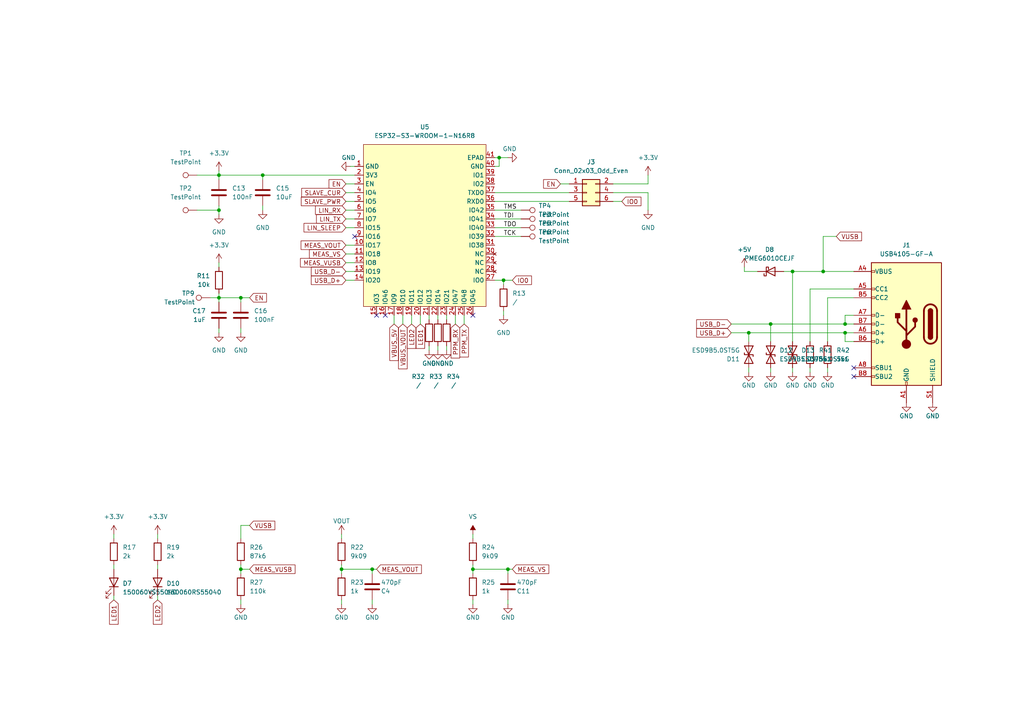
<source format=kicad_sch>
(kicad_sch (version 20250114) (generator "eeschema") (generator_version "9.0")
  (paper "A4")
  (lib_symbols
    (symbol "Connector:TestPoint" (pin_numbers (hide yes)) (pin_names (offset 0.762) (hide yes))
      (property "Reference" "TP" (at 0 6.858 0))
      (property "Value" "TestPoint" (at 0 5.08 0))
      (symbol "TestPoint_0_1"
        (circle (center 0 3.302) (radius 0.762))
      )
      (symbol "TestPoint_1_1"
        (pin passive line (at 0 0 90) (length 2.54) (name "1") (number "1"))
      )
    )
    (symbol "Connector:USB_C_Receptacle_USB2.0_16P" (pin_names (offset 1.016))
      (property "Reference" "J" (at 0 22.225 0))
      (property "Value" "USB_C_Receptacle_USB2.0_16P" (at 0 19.685 0))
      (symbol "USB_C_Receptacle_USB2.0_16P_0_0"
        (rectangle (start -0.254 -17.78) (end 0.254 -16.764))
        (rectangle (start 10.16 15.494) (end 9.144 14.986))
        (rectangle (start 10.16 10.414) (end 9.144 9.906))
        (rectangle (start 10.16 7.874) (end 9.144 7.366))
        (rectangle (start 10.16 2.794) (end 9.144 2.286))
        (rectangle (start 10.16 0.254) (end 9.144 -0.254))
        (rectangle (start 10.16 -2.286) (end 9.144 -2.794))
        (rectangle (start 10.16 -4.826) (end 9.144 -5.334))
        (rectangle (start 10.16 -12.446) (end 9.144 -12.954))
        (rectangle (start 10.16 -14.986) (end 9.144 -15.494))
      )
      (symbol "USB_C_Receptacle_USB2.0_16P_0_1"
        (rectangle (start -10.16 17.78) (end 10.16 -17.78) (stroke (width 0.254)) (fill (type background)))
        (polyline (pts (xy -8.89 -3.81) (xy -8.89 3.81)) (stroke (width 0.508)))
        (rectangle (start -7.62 -3.81) (end -6.35 3.81) (stroke (width 0.254)) (fill (type outline)))
        (arc (start -7.62 3.81) (mid -6.985 4.4423) (end -6.35 3.81) (stroke (width 0.254)))
        (arc (start -7.62 3.81) (mid -6.985 4.4423) (end -6.35 3.81) (stroke (width 0.254)) (fill (type outline)))
        (arc (start -8.89 3.81) (mid -6.985 5.7067) (end -5.08 3.81) (stroke (width 0.508)))
        (arc (start -5.08 -3.81) (mid -6.985 -5.7067) (end -8.89 -3.81) (stroke (width 0.508)))
        (arc (start -6.35 -3.81) (mid -6.985 -4.4423) (end -7.62 -3.81) (stroke (width 0.254)))
        (arc (start -6.35 -3.81) (mid -6.985 -4.4423) (end -7.62 -3.81) (stroke (width 0.254)) (fill (type outline)))
        (polyline (pts (xy -5.08 3.81) (xy -5.08 -3.81)) (stroke (width 0.508)))
        (circle (center -2.54 1.143) (radius 0.635) (stroke (width 0.254)) (fill (type outline)))
        (polyline (pts (xy -1.27 4.318) (xy 0 6.858) (xy 1.27 4.318) (xy -1.27 4.318)) (stroke (width 0.254)) (fill (type outline)))
        (polyline (pts (xy 0 -2.032) (xy 2.54 0.508) (xy 2.54 1.778)) (stroke (width 0.508)))
        (polyline (pts (xy 0 -3.302) (xy -2.54 -0.762) (xy -2.54 0.508)) (stroke (width 0.508)))
        (polyline (pts (xy 0 -5.842) (xy 0 4.318)) (stroke (width 0.508)))
        (circle (center 0 -5.842) (radius 1.27) (fill (type outline)))
        (rectangle (start 1.905 1.778) (end 3.175 3.048) (stroke (width 0.254)) (fill (type outline)))
      )
      (symbol "USB_C_Receptacle_USB2.0_16P_1_1"
        (pin passive line (at -7.62 -22.86 90) (length 5.08) (name "SHIELD") (number "S1"))
        (pin passive line (at 0 -22.86 90) (length 5.08) (name "GND") (number "A1"))
        (pin passive line (at 0 -22.86 90) (length 5.08) (hide yes) (name "GND") (number "A12"))
        (pin passive line (at 0 -22.86 90) (length 5.08) (hide yes) (name "GND") (number "B1"))
        (pin passive line (at 0 -22.86 90) (length 5.08) (hide yes) (name "GND") (number "B12"))
        (pin passive line (at 15.24 15.24 180) (length 5.08) (name "VBUS") (number "A4"))
        (pin passive line (at 15.24 15.24 180) (length 5.08) (hide yes) (name "VBUS") (number "A9"))
        (pin passive line (at 15.24 15.24 180) (length 5.08) (hide yes) (name "VBUS") (number "B4"))
        (pin passive line (at 15.24 15.24 180) (length 5.08) (hide yes) (name "VBUS") (number "B9"))
        (pin bidirectional line (at 15.24 10.16 180) (length 5.08) (name "CC1") (number "A5"))
        (pin bidirectional line (at 15.24 7.62 180) (length 5.08) (name "CC2") (number "B5"))
        (pin bidirectional line (at 15.24 2.54 180) (length 5.08) (name "D-") (number "A7"))
        (pin bidirectional line (at 15.24 0 180) (length 5.08) (name "D-") (number "B7"))
        (pin bidirectional line (at 15.24 -2.54 180) (length 5.08) (name "D+") (number "A6"))
        (pin bidirectional line (at 15.24 -5.08 180) (length 5.08) (name "D+") (number "B6"))
        (pin bidirectional line (at 15.24 -12.7 180) (length 5.08) (name "SBU1") (number "A8"))
        (pin bidirectional line (at 15.24 -15.24 180) (length 5.08) (name "SBU2") (number "B8"))
      )
    )
    (symbol "Connector_Generic:Conn_02x03_Odd_Even" (pin_names (offset 1.016) (hide yes))
      (property "Reference" "J" (at 1.27 5.08 0))
      (property "Value" "Conn_02x03_Odd_Even" (at 1.27 -5.08 0))
      (symbol "Conn_02x03_Odd_Even_1_1"
        (rectangle (start -1.27 3.81) (end 3.81 -3.81) (stroke (width 0.254)) (fill (type background)))
        (rectangle (start -1.27 2.667) (end 0 2.413) (stroke (width 0.1524)))
        (rectangle (start -1.27 0.127) (end 0 -0.127) (stroke (width 0.1524)))
        (rectangle (start -1.27 -2.413) (end 0 -2.667) (stroke (width 0.1524)))
        (rectangle (start 3.81 2.667) (end 2.54 2.413) (stroke (width 0.1524)))
        (rectangle (start 3.81 0.127) (end 2.54 -0.127) (stroke (width 0.1524)))
        (rectangle (start 3.81 -2.413) (end 2.54 -2.667) (stroke (width 0.1524)))
        (pin passive line (at -5.08 2.54 0) (length 3.81) (name "Pin_1") (number "1"))
        (pin passive line (at -5.08 0 0) (length 3.81) (name "Pin_3") (number "3"))
        (pin passive line (at -5.08 -2.54 0) (length 3.81) (name "Pin_5") (number "5"))
        (pin passive line (at 7.62 2.54 180) (length 3.81) (name "Pin_2") (number "2"))
        (pin passive line (at 7.62 0 180) (length 3.81) (name "Pin_4") (number "4"))
        (pin passive line (at 7.62 -2.54 180) (length 3.81) (name "Pin_6") (number "6"))
      )
    )
    (symbol "Device:C" (pin_numbers (hide yes)) (pin_names (offset 0.254))
      (property "Reference" "C" (at 0.635 2.54 0))
      (property "Value" "C" (at 0.635 -2.54 0))
      (symbol "C_0_1"
        (polyline (pts (xy -2.032 0.762) (xy 2.032 0.762)) (stroke (width 0.508)))
        (polyline (pts (xy -2.032 -0.762) (xy 2.032 -0.762)) (stroke (width 0.508)))
      )
      (symbol "C_1_1"
        (pin passive line (at 0 3.81 270) (length 2.794) (name "~") (number "1"))
        (pin passive line (at 0 -3.81 90) (length 2.794) (name "~") (number "2"))
      )
    )
    (symbol "Device:D_Schottky" (pin_numbers (hide yes)) (pin_names (offset 1.016) (hide yes))
      (property "Reference" "D" (at 0 2.54 0))
      (property "Value" "D_Schottky" (at 0 -2.54 0))
      (symbol "D_Schottky_0_1"
        (polyline (pts (xy -1.905 0.635) (xy -1.905 1.27) (xy -1.27 1.27) (xy -1.27 -1.27) (xy -0.635 -1.27) (xy -0.635 -0.635)) (stroke (width 0.254)))
        (polyline (pts (xy 1.27 1.27) (xy 1.27 -1.27) (xy -1.27 0) (xy 1.27 1.27)) (stroke (width 0.254)))
        (polyline (pts (xy 1.27 0) (xy -1.27 0)))
      )
      (symbol "D_Schottky_1_1"
        (pin passive line (at -3.81 0 0) (length 2.54) (name "K") (number "1"))
        (pin passive line (at 3.81 0 180) (length 2.54) (name "A") (number "2"))
      )
    )
    (symbol "Device:D_TVS" (pin_numbers (hide yes)) (pin_names (offset 1.016) (hide yes))
      (property "Reference" "D" (at 0 2.54 0))
      (property "Value" "D_TVS" (at 0 -2.54 0))
      (symbol "D_TVS_0_1"
        (polyline (pts (xy -2.54 1.27) (xy -2.54 -1.27) (xy 2.54 1.27) (xy 2.54 -1.27) (xy -2.54 1.27)) (stroke (width 0.254)))
        (polyline (pts (xy 0.508 1.27) (xy 0 1.27) (xy 0 -1.27) (xy -0.508 -1.27)) (stroke (width 0.254)))
        (polyline (pts (xy 1.27 0) (xy -1.27 0)))
      )
      (symbol "D_TVS_1_1"
        (pin passive line (at -3.81 0 0) (length 2.54) (name "A1") (number "1"))
        (pin passive line (at 3.81 0 180) (length 2.54) (name "A2") (number "2"))
      )
    )
    (symbol "Device:LED" (pin_numbers (hide yes)) (pin_names (offset 1.016) (hide yes))
      (property "Reference" "D" (at 0 2.54 0))
      (property "Value" "LED" (at 0 -2.54 0))
      (symbol "LED_0_1"
        (polyline (pts (xy -3.048 -0.762) (xy -4.572 -2.286) (xy -3.81 -2.286) (xy -4.572 -2.286) (xy -4.572 -1.524)))
        (polyline (pts (xy -1.778 -0.762) (xy -3.302 -2.286) (xy -2.54 -2.286) (xy -3.302 -2.286) (xy -3.302 -1.524)))
        (polyline (pts (xy -1.27 0) (xy 1.27 0)))
        (polyline (pts (xy -1.27 -1.27) (xy -1.27 1.27)) (stroke (width 0.254)))
        (polyline (pts (xy 1.27 -1.27) (xy 1.27 1.27) (xy -1.27 0) (xy 1.27 -1.27)) (stroke (width 0.254)))
      )
      (symbol "LED_1_1"
        (pin passive line (at -3.81 0 0) (length 2.54) (name "K") (number "1"))
        (pin passive line (at 3.81 0 180) (length 2.54) (name "A") (number "2"))
      )
    )
    (symbol "Device:R" (pin_numbers (hide yes)) (pin_names (offset 0))
      (property "Reference" "R" (at 2.032 0 90))
      (property "Value" "R" (at 0 0 90))
      (symbol "R_0_1"
        (rectangle (start -1.016 -2.54) (end 1.016 2.54) (stroke (width 0.254)))
      )
      (symbol "R_1_1"
        (pin passive line (at 0 3.81 270) (length 1.27) (name "~") (number "1"))
        (pin passive line (at 0 -3.81 90) (length 1.27) (name "~") (number "2"))
      )
    )
    (symbol "Melexis:ESP32-S3-WROOM-2"
      (property "Reference" "U" (at -16.51 26.67 0))
      (property "Value" "ESP32-S3-WROOM-2" (at -6.35 24.13 0))
      (symbol "ESP32-S3-WROOM-2_0_1"
        (rectangle (start -17.78 22.86) (end 17.78 -24.13) (fill (type background)))
      )
      (symbol "ESP32-S3-WROOM-2_1_1"
        (pin power_in line (at -20.32 16.51 0) (length 2.54) (name "GND") (number "1"))
        (pin power_in line (at -20.32 13.97 0) (length 2.54) (name "3V3") (number "2"))
        (pin input line (at -20.32 11.43 0) (length 2.54) (name "EN") (number "3"))
        (pin bidirectional line (at -20.32 8.89 0) (length 2.54) (name "IO4") (number "4"))
        (pin bidirectional line (at -20.32 6.35 0) (length 2.54) (name "IO5") (number "5"))
        (pin bidirectional line (at -20.32 3.81 0) (length 2.54) (name "IO6") (number "6"))
        (pin bidirectional line (at -20.32 1.27 0) (length 2.54) (name "IO7") (number "7"))
        (pin bidirectional line (at -20.32 -1.27 0) (length 2.54) (name "IO15") (number "8"))
        (pin bidirectional line (at -20.32 -3.81 0) (length 2.54) (name "IO16") (number "9"))
        (pin bidirectional line (at -20.32 -6.35 0) (length 2.54) (name "IO17") (number "10"))
        (pin bidirectional line (at -20.32 -8.89 0) (length 2.54) (name "IO18") (number "11"))
        (pin bidirectional line (at -20.32 -11.43 0) (length 2.54) (name "IO8") (number "12"))
        (pin bidirectional line (at -20.32 -13.97 0) (length 2.54) (name "IO19") (number "13"))
        (pin bidirectional line (at -20.32 -16.51 0) (length 2.54) (name "IO20") (number "14"))
        (pin bidirectional line (at -13.97 -26.67 90) (length 2.54) (name "IO3") (number "15"))
        (pin bidirectional line (at -11.43 -26.67 90) (length 2.54) (name "IO46") (number "16"))
        (pin bidirectional line (at -8.89 -26.67 90) (length 2.54) (name "IO9") (number "17"))
        (pin bidirectional line (at -6.35 -26.67 90) (length 2.54) (name "IO10") (number "18"))
        (pin bidirectional line (at -3.81 -26.67 90) (length 2.54) (name "IO11") (number "19"))
        (pin bidirectional line (at -1.27 -26.67 90) (length 2.54) (name "IO12") (number "20"))
        (pin bidirectional line (at 1.27 -26.67 90) (length 2.54) (name "IO13") (number "21"))
        (pin bidirectional line (at 3.81 -26.67 90) (length 2.54) (name "IO14") (number "22"))
        (pin bidirectional line (at 6.35 -26.67 90) (length 2.54) (name "IO21") (number "23"))
        (pin bidirectional line (at 8.89 -26.67 90) (length 2.54) (name "IO47") (number "24"))
        (pin bidirectional line (at 11.43 -26.67 90) (length 2.54) (name "IO48") (number "25"))
        (pin bidirectional line (at 13.97 -26.67 90) (length 2.54) (name "IO45") (number "26"))
        (pin power_in line (at 20.32 19.05 180) (length 2.54) (name "EPAD") (number "41"))
        (pin power_in line (at 20.32 16.51 180) (length 2.54) (name "GND") (number "40"))
        (pin bidirectional line (at 20.32 13.97 180) (length 2.54) (name "IO1") (number "39"))
        (pin bidirectional line (at 20.32 11.43 180) (length 2.54) (name "IO2") (number "38"))
        (pin output line (at 20.32 8.89 180) (length 2.54) (name "TXD0") (number "37"))
        (pin input line (at 20.32 6.35 180) (length 2.54) (name "RXD0") (number "36"))
        (pin bidirectional line (at 20.32 3.81 180) (length 2.54) (name "IO42") (number "35"))
        (pin bidirectional line (at 20.32 1.27 180) (length 2.54) (name "IO41") (number "34"))
        (pin bidirectional line (at 20.32 -1.27 180) (length 2.54) (name "IO40") (number "33"))
        (pin bidirectional line (at 20.32 -3.81 180) (length 2.54) (name "IO39") (number "32"))
        (pin bidirectional line (at 20.32 -6.35 180) (length 2.54) (name "IO38") (number "31"))
        (pin no_connect line (at 20.32 -8.89 180) (length 2.54) (name "NC") (number "30"))
        (pin no_connect line (at 20.32 -11.43 180) (length 2.54) (name "NC") (number "29"))
        (pin no_connect line (at 20.32 -13.97 180) (length 2.54) (name "NC") (number "28"))
        (pin bidirectional line (at 20.32 -16.51 180) (length 2.54) (name "IO0") (number "27"))
      )
    )
    (symbol "power:+3.3V" (power) (pin_names (offset 0))
      (property "Value" "+3.3V" (at 0 3.556 0))
      (symbol "+3.3V_0_1"
        (polyline (pts (xy -0.762 1.27) (xy 0 2.54)))
        (polyline (pts (xy 0 2.54) (xy 0.762 1.27)))
        (polyline (pts (xy 0 0) (xy 0 2.54)))
      )
      (symbol "+3.3V_1_1"
        (pin power_in line (at 0 0 90) (length 0) (hide yes) (name "+3.3V") (number "1"))
      )
    )
    (symbol "power:+5V" (power) (pin_names (offset 0))
      (property "Value" "+5V" (at 0 3.556 0))
      (symbol "+5V_0_1"
        (polyline (pts (xy -0.762 1.27) (xy 0 2.54)))
        (polyline (pts (xy 0 2.54) (xy 0.762 1.27)))
        (polyline (pts (xy 0 0) (xy 0 2.54)))
      )
      (symbol "+5V_1_1"
        (pin power_in line (at 0 0 90) (length 0) (hide yes) (name "+5V") (number "1"))
      )
    )
    (symbol "power:GND" (power) (pin_names (offset 0))
      (property "Value" "GND" (at 0 -3.81 0))
      (symbol "GND_0_1"
        (polyline (pts (xy 0 0) (xy 0 -1.27) (xy 1.27 -1.27) (xy 0 -2.54) (xy -1.27 -1.27) (xy 0 -1.27)))
      )
      (symbol "GND_1_1"
        (pin power_in line (at 0 0 270) (length 0) (hide yes) (name "GND") (number "1"))
      )
    )
    (symbol "power:VBUS" (power) (pin_names (offset 0))
      (property "Value" "VBUS" (at 0 3.81 0))
      (symbol "VBUS_0_1"
        (polyline (pts (xy -0.762 1.27) (xy 0 2.54)))
        (polyline (pts (xy 0 2.54) (xy 0.762 1.27)))
        (polyline (pts (xy 0 0) (xy 0 2.54)))
      )
      (symbol "VBUS_1_1"
        (pin power_in line (at 0 0 90) (length 0) (hide yes) (name "VBUS") (number "1"))
      )
    )
    (symbol "power:VS" (power) (pin_names (offset 0))
      (property "Value" "VS" (at 0 3.81 0))
      (symbol "VS_0_1"
        (polyline (pts (xy 0 0) (xy 0 2.54)))
        (polyline (pts (xy 0.762 1.27) (xy -0.762 1.27) (xy 0 2.54) (xy 0.762 1.27)) (fill (type outline)))
      )
      (symbol "VS_1_1"
        (pin power_in line (at 0 0 90) (length 0) (hide yes) (name "VS") (number "1"))
      )
    )
  )
  (junction (at 144.78 45.72))
  (junction (at 69.85 165.1))
  (junction (at 63.5 86.36))
  (junction (at 217.17 96.52))
  (junction (at 146.05 81.28))
  (junction (at 223.52 93.98))
  (junction (at 147.32 165.1))
  (junction (at 99.06 165.1))
  (junction (at 245.11 96.52))
  (junction (at 245.11 93.98))
  (junction (at 69.85 86.36))
  (junction (at 137.16 165.1))
  (junction (at 229.87 78.74))
  (junction (at 63.5 60.96))
  (junction (at 76.2 50.8))
  (junction (at 63.5 50.8))
  (junction (at 107.95 165.1))
  (junction (at 238.76 78.74))
  (no_connect (at 137.16 91.44))
  (no_connect (at 111.76 91.44))
  (no_connect (at 102.87 68.58))
  (no_connect (at 247.65 109.22))
  (no_connect (at 109.22 91.44))
  (no_connect (at 247.65 106.68))
  (wire (pts (xy 99.06 165.1) (xy 107.95 165.1)))
  (wire (pts (xy 101.6 48.26) (xy 102.87 48.26)))
  (wire (pts (xy 227.33 78.74) (xy 229.87 78.74)))
  (wire (pts (xy 100.33 78.74) (xy 102.87 78.74)))
  (wire (pts (xy 212.09 93.98) (xy 223.52 93.98)))
  (wire (pts (xy 129.54 91.44) (xy 129.54 92.71)))
  (wire (pts (xy 57.15 50.8) (xy 63.5 50.8)))
  (wire (pts (xy 63.5 95.25) (xy 63.5 96.52)))
  (wire (pts (xy 147.32 173.99) (xy 147.32 175.26)))
  (wire (pts (xy 99.06 154.94) (xy 99.06 156.21)))
  (wire (pts (xy 187.96 55.88) (xy 187.96 60.96)))
  (wire (pts (xy 245.11 93.98) (xy 247.65 93.98)))
  (wire (pts (xy 69.85 165.1) (xy 72.39 165.1)))
  (wire (pts (xy 33.02 154.94) (xy 33.02 156.21)))
  (wire (pts (xy 100.33 63.5) (xy 102.87 63.5)))
  (wire (pts (xy 223.52 93.98) (xy 245.11 93.98)))
  (wire (pts (xy 234.95 99.06) (xy 234.95 83.82)))
  (wire (pts (xy 223.52 93.98) (xy 223.52 99.06)))
  (wire (pts (xy 147.32 165.1) (xy 148.59 165.1)))
  (wire (pts (xy 245.11 96.52) (xy 247.65 96.52)))
  (wire (pts (xy 69.85 152.4) (xy 69.85 156.21)))
  (wire (pts (xy 143.51 58.42) (xy 165.1 58.42)))
  (wire (pts (xy 242.57 68.58) (xy 238.76 68.58)))
  (wire (pts (xy 99.06 173.99) (xy 99.06 175.26)))
  (wire (pts (xy 234.95 83.82) (xy 247.65 83.82)))
  (wire (pts (xy 33.02 172.72) (xy 33.02 173.99)))
  (wire (pts (xy 240.03 106.68) (xy 240.03 107.95)))
  (wire (pts (xy 100.33 55.88) (xy 102.87 55.88)))
  (wire (pts (xy 143.51 66.04) (xy 151.13 66.04)))
  (wire (pts (xy 129.54 100.33) (xy 129.54 101.6)))
  (wire (pts (xy 63.5 59.69) (xy 63.5 60.96)))
  (wire (pts (xy 100.33 60.96) (xy 102.87 60.96)))
  (wire (pts (xy 100.33 58.42) (xy 102.87 58.42)))
  (wire (pts (xy 114.3 91.44) (xy 114.3 93.98)))
  (wire (pts (xy 124.46 91.44) (xy 124.46 92.71)))
  (wire (pts (xy 143.51 55.88) (xy 165.1 55.88)))
  (wire (pts (xy 234.95 106.68) (xy 234.95 107.95)))
  (wire (pts (xy 57.15 60.96) (xy 63.5 60.96)))
  (wire (pts (xy 99.06 165.1) (xy 99.06 166.37)))
  (wire (pts (xy 100.33 76.2) (xy 102.87 76.2)))
  (wire (pts (xy 143.51 68.58) (xy 151.13 68.58)))
  (wire (pts (xy 217.17 96.52) (xy 217.17 99.06)))
  (wire (pts (xy 100.33 66.04) (xy 102.87 66.04)))
  (wire (pts (xy 187.96 50.8) (xy 187.96 53.34)))
  (wire (pts (xy 238.76 68.58) (xy 238.76 78.74)))
  (wire (pts (xy 144.78 48.26) (xy 144.78 45.72)))
  (wire (pts (xy 76.2 50.8) (xy 63.5 50.8)))
  (wire (pts (xy 229.87 78.74) (xy 229.87 99.06)))
  (wire (pts (xy 247.65 91.44) (xy 245.11 91.44)))
  (wire (pts (xy 137.16 154.94) (xy 137.16 156.21)))
  (wire (pts (xy 217.17 96.52) (xy 245.11 96.52)))
  (wire (pts (xy 100.33 53.34) (xy 102.87 53.34)))
  (wire (pts (xy 100.33 81.28) (xy 102.87 81.28)))
  (wire (pts (xy 215.9 77.47) (xy 215.9 78.74)))
  (wire (pts (xy 217.17 106.68) (xy 217.17 107.95)))
  (wire (pts (xy 63.5 76.2) (xy 63.5 77.47)))
  (wire (pts (xy 127 100.33) (xy 127 101.6)))
  (wire (pts (xy 146.05 81.28) (xy 146.05 82.55)))
  (wire (pts (xy 143.51 48.26) (xy 144.78 48.26)))
  (wire (pts (xy 63.5 86.36) (xy 69.85 86.36)))
  (wire (pts (xy 69.85 165.1) (xy 69.85 166.37)))
  (wire (pts (xy 119.38 91.44) (xy 119.38 93.98)))
  (wire (pts (xy 45.72 163.83) (xy 45.72 165.1)))
  (wire (pts (xy 229.87 106.68) (xy 229.87 107.95)))
  (wire (pts (xy 143.51 45.72) (xy 144.78 45.72)))
  (wire (pts (xy 63.5 60.96) (xy 63.5 62.23)))
  (wire (pts (xy 134.62 91.44) (xy 134.62 93.98)))
  (wire (pts (xy 144.78 45.72) (xy 147.32 45.72)))
  (wire (pts (xy 99.06 163.83) (xy 99.06 165.1)))
  (wire (pts (xy 137.16 165.1) (xy 137.16 166.37)))
  (wire (pts (xy 76.2 59.69) (xy 76.2 60.96)))
  (wire (pts (xy 69.85 163.83) (xy 69.85 165.1)))
  (wire (pts (xy 72.39 86.36) (xy 69.85 86.36)))
  (wire (pts (xy 63.5 52.07) (xy 63.5 50.8)))
  (wire (pts (xy 45.72 154.94) (xy 45.72 156.21)))
  (wire (pts (xy 177.8 55.88) (xy 187.96 55.88)))
  (wire (pts (xy 121.92 91.44) (xy 121.92 93.98)))
  (wire (pts (xy 215.9 78.74) (xy 219.71 78.74)))
  (wire (pts (xy 107.95 165.1) (xy 109.22 165.1)))
  (wire (pts (xy 223.52 106.68) (xy 223.52 107.95)))
  (wire (pts (xy 162.56 53.34) (xy 165.1 53.34)))
  (wire (pts (xy 72.39 152.4) (xy 69.85 152.4)))
  (wire (pts (xy 69.85 86.36) (xy 69.85 87.63)))
  (wire (pts (xy 146.05 90.17) (xy 146.05 91.44)))
  (wire (pts (xy 137.16 173.99) (xy 137.16 175.26)))
  (wire (pts (xy 187.96 53.34) (xy 177.8 53.34)))
  (wire (pts (xy 177.8 58.42) (xy 180.34 58.42)))
  (wire (pts (xy 240.03 86.36) (xy 247.65 86.36)))
  (wire (pts (xy 107.95 173.99) (xy 107.95 175.26)))
  (wire (pts (xy 116.84 91.44) (xy 116.84 93.98)))
  (wire (pts (xy 107.95 165.1) (xy 107.95 166.37)))
  (wire (pts (xy 240.03 99.06) (xy 240.03 86.36)))
  (wire (pts (xy 247.65 99.06) (xy 245.11 99.06)))
  (wire (pts (xy 69.85 95.25) (xy 69.85 96.52)))
  (wire (pts (xy 76.2 52.07) (xy 76.2 50.8)))
  (wire (pts (xy 69.85 173.99) (xy 69.85 175.26)))
  (wire (pts (xy 143.51 60.96) (xy 151.13 60.96)))
  (wire (pts (xy 127 91.44) (xy 127 92.71)))
  (wire (pts (xy 63.5 85.09) (xy 63.5 86.36)))
  (wire (pts (xy 100.33 73.66) (xy 102.87 73.66)))
  (wire (pts (xy 60.96 86.36) (xy 63.5 86.36)))
  (wire (pts (xy 212.09 96.52) (xy 217.17 96.52)))
  (wire (pts (xy 143.51 63.5) (xy 151.13 63.5)))
  (wire (pts (xy 124.46 100.33) (xy 124.46 101.6)))
  (wire (pts (xy 143.51 81.28) (xy 146.05 81.28)))
  (wire (pts (xy 132.08 91.44) (xy 132.08 93.98)))
  (wire (pts (xy 147.32 165.1) (xy 147.32 166.37)))
  (wire (pts (xy 137.16 163.83) (xy 137.16 165.1)))
  (wire (pts (xy 146.05 81.28) (xy 148.59 81.28)))
  (wire (pts (xy 76.2 50.8) (xy 102.87 50.8)))
  (wire (pts (xy 137.16 165.1) (xy 147.32 165.1)))
  (wire (pts (xy 63.5 49.53) (xy 63.5 50.8)))
  (wire (pts (xy 229.87 78.74) (xy 238.76 78.74)))
  (wire (pts (xy 45.72 172.72) (xy 45.72 173.99)))
  (wire (pts (xy 245.11 99.06) (xy 245.11 96.52)))
  (wire (pts (xy 245.11 91.44) (xy 245.11 93.98)))
  (wire (pts (xy 100.33 71.12) (xy 102.87 71.12)))
  (wire (pts (xy 63.5 86.36) (xy 63.5 87.63)))
  (wire (pts (xy 238.76 78.74) (xy 247.65 78.74)))
  (wire (pts (xy 33.02 163.83) (xy 33.02 165.1)))
  (label "TCK" (at 146.05 68.58 0))
  (label "TDI" (at 146.05 63.5 0))
  (label "TDO" (at 146.05 66.04 0))
  (label "TMS" (at 146.05 60.96 0))
  (global_label "LIN_RX" (shape input) (at 100.33 60.96 180) (property "Intersheetrefs" "${INTERSHEET_REFS}" (effects (hide yes))))
  (global_label "LIN_SLEEP" (shape input) (at 100.33 66.04 180) (property "Intersheetrefs" "${INTERSHEET_REFS}" (effects (hide yes))))
  (global_label "MEAS_VUSB" (shape input) (at 100.33 76.2 180) (property "Intersheetrefs" "${INTERSHEET_REFS}" (effects (hide yes))))
  (global_label "EN" (shape input) (at 162.56 53.34 180) (property "Intersheetrefs" "${INTERSHEET_REFS}" (effects (hide yes))))
  (global_label "LIN_TX" (shape input) (at 100.33 63.5 180) (property "Intersheetrefs" "${INTERSHEET_REFS}" (effects (hide yes))))
  (global_label "PPM_RX" (shape input) (at 132.08 93.98 270) (property "Intersheetrefs" "${INTERSHEET_REFS}" (effects (hide yes))))
  (global_label "IO0" (shape input) (at 180.34 58.42 0) (property "Intersheetrefs" "${INTERSHEET_REFS}" (effects (hide yes))))
  (global_label "MEAS_VOUT" (shape input) (at 109.22 165.1 0) (property "Intersheetrefs" "${INTERSHEET_REFS}" (effects (hide yes))))
  (global_label "LED1" (shape input) (at 121.92 93.98 270) (property "Intersheetrefs" "${INTERSHEET_REFS}" (effects (hide yes))))
  (global_label "VUSB" (shape input) (at 72.39 152.4 0) (property "Intersheetrefs" "${INTERSHEET_REFS}" (effects (hide yes))))
  (global_label "SLAVE_PWR" (shape input) (at 100.33 58.42 180) (property "Intersheetrefs" "${INTERSHEET_REFS}" (effects (hide yes))))
  (global_label "MEAS_VOUT" (shape input) (at 100.33 71.12 180) (property "Intersheetrefs" "${INTERSHEET_REFS}" (effects (hide yes))))
  (global_label "IO0" (shape input) (at 148.59 81.28 0) (property "Intersheetrefs" "${INTERSHEET_REFS}" (effects (hide yes))))
  (global_label "USB_D+" (shape input) (at 212.09 96.52 180) (property "Intersheetrefs" "${INTERSHEET_REFS}" (effects (hide yes))))
  (global_label "MEAS_VUSB" (shape input) (at 72.39 165.1 0) (property "Intersheetrefs" "${INTERSHEET_REFS}" (effects (hide yes))))
  (global_label "VBUS_VOUT" (shape input) (at 116.84 93.98 270) (property "Intersheetrefs" "${INTERSHEET_REFS}" (effects (hide yes))))
  (global_label "EN" (shape input) (at 100.33 53.34 180) (property "Intersheetrefs" "${INTERSHEET_REFS}" (effects (hide yes))))
  (global_label "MEAS_VS" (shape input) (at 100.33 73.66 180) (property "Intersheetrefs" "${INTERSHEET_REFS}" (effects (hide yes))))
  (global_label "LED1" (shape input) (at 33.02 173.99 270) (property "Intersheetrefs" "${INTERSHEET_REFS}" (effects (hide yes))))
  (global_label "PPM_TX" (shape input) (at 134.62 93.98 270) (property "Intersheetrefs" "${INTERSHEET_REFS}" (effects (hide yes))))
  (global_label "LED2" (shape input) (at 119.38 93.98 270) (property "Intersheetrefs" "${INTERSHEET_REFS}" (effects (hide yes))))
  (global_label "MEAS_VS" (shape input) (at 148.59 165.1 0) (property "Intersheetrefs" "${INTERSHEET_REFS}" (effects (hide yes))))
  (global_label "USB_D+" (shape input) (at 100.33 81.28 180) (property "Intersheetrefs" "${INTERSHEET_REFS}" (effects (hide yes))))
  (global_label "VBUS_5V" (shape input) (at 114.3 93.98 270) (property "Intersheetrefs" "${INTERSHEET_REFS}" (effects (hide yes))))
  (global_label "SLAVE_CUR" (shape input) (at 100.33 55.88 180) (property "Intersheetrefs" "${INTERSHEET_REFS}" (effects (hide yes))))
  (global_label "EN" (shape input) (at 72.39 86.36 0) (property "Intersheetrefs" "${INTERSHEET_REFS}" (effects (hide yes))))
  (global_label "USB_D-" (shape input) (at 100.33 78.74 180) (property "Intersheetrefs" "${INTERSHEET_REFS}" (effects (hide yes))))
  (global_label "USB_D-" (shape input) (at 212.09 93.98 180) (property "Intersheetrefs" "${INTERSHEET_REFS}" (effects (hide yes))))
  (global_label "LED2" (shape input) (at 45.72 173.99 270) (property "Intersheetrefs" "${INTERSHEET_REFS}" (effects (hide yes))))
  (global_label "VUSB" (shape input) (at 242.57 68.58 0) (property "Intersheetrefs" "${INTERSHEET_REFS}" (effects (hide yes))))
  (symbol (lib_id "power:GND") (at 127 101.6 0) (unit 1)
    (property "Reference" "#PWR0156" (effects (hide yes)))
    (property "Value" "GND" (at 127 105.41 0))
  )
  (symbol (lib_id "power:GND") (at 234.95 107.95 0) (mirror y) (unit 1)
    (property "Reference" "#PWR035" (effects (hide yes)))
    (property "Value" "GND" (at 234.95 111.76 0))
  )
  (symbol (lib_id "power:GND") (at 223.52 107.95 0) (mirror y) (unit 1)
    (property "Reference" "#PWR0130" (effects (hide yes)))
    (property "Value" "GND" (at 223.52 111.76 0))
  )
  (symbol (lib_id "Connector_Generic:Conn_02x03_Odd_Even") (at 170.18 55.88 0) (unit 1)
    (property "Reference" "J3" (at 171.45 46.99 0))
    (property "Value" "Conn_02x03_Odd_Even" (at 171.45 49.53 0))
    (property "Footprint" "Connector_PinHeader_2.00mm:PinHeader_1x06_P2.00mm_Vertical" (effects (hide yes)))
  )
  (symbol (lib_id "power:GND") (at 63.5 62.23 0) (unit 1)
    (property "Reference" "#PWR0140" (effects (hide yes)))
    (property "Value" "GND" (at 63.5 67.31 0))
  )
  (symbol (lib_id "Device:R") (at 69.85 170.18 0) (unit 1)
    (property "Reference" "R27" (at 72.39 168.9099 0) (effects (justify left)))
    (property "Value" "110k" (at 72.39 171.4499 0) (effects (justify left)))
    (property "Footprint" "Resistor_SMD:R_0402_1005Metric" (effects (hide yes)))
  )
  (symbol (lib_id "Device:LED") (at 33.02 168.91 270) (mirror x) (unit 1)
    (property "Reference" "D7" (at 35.56 169.2274 90) (effects (justify left)))
    (property "Value" "150060VS55040" (at 35.56 171.7674 90) (effects (justify left)))
    (property "Footprint" "LED_SMD:LED_0603_1608Metric" (effects (hide yes)))
  )
  (symbol (lib_id "power:GND") (at 146.05 91.44 0) (unit 1)
    (property "Reference" "#PWR0154" (effects (hide yes)))
    (property "Value" "GND" (at 146.05 96.52 0))
  )
  (symbol (lib_id "Connector:TestPoint") (at 151.13 68.58 270) (unit 1)
    (property "Reference" "TP6" (at 156.21 67.3099 90) (effects (justify left)))
    (property "Value" "TestPoint" (at 156.21 69.8499 90) (effects (justify left)))
    (property "Footprint" "TestPoint:TestPoint_Pad_D1.0mm" (effects (hide yes)))
  )
  (symbol (lib_id "Device:LED") (at 45.72 168.91 270) (mirror x) (unit 1)
    (property "Reference" "D10" (at 48.26 169.2274 90) (effects (justify left)))
    (property "Value" "150060RS55040" (at 48.26 171.7674 90) (effects (justify left)))
    (property "Footprint" "LED_SMD:LED_0603_1608Metric" (effects (hide yes)))
  )
  (symbol (lib_id "Connector:TestPoint") (at 151.13 63.5 270) (unit 1)
    (property "Reference" "TP3" (at 156.21 62.2299 90) (effects (justify left)))
    (property "Value" "TestPoint" (at 156.21 64.7699 90) (effects (justify left)))
    (property "Footprint" "TestPoint:TestPoint_Pad_D1.0mm" (effects (hide yes)))
  )
  (symbol (lib_id "power:+3.3V") (at 33.02 154.94 0) (unit 1)
    (property "Reference" "#PWR0139" (effects (hide yes)))
    (property "Value" "+3.3V" (at 33.02 149.86 0))
  )
  (symbol (lib_id "Device:D_TVS") (at 223.52 102.87 270) (unit 1)
    (property "Reference" "D12" (at 226.06 101.5999 90) (effects (justify left)))
    (property "Value" "ESD9B5.0ST5G" (at 226.06 104.1399 90) (effects (justify left)))
    (property "Footprint" "Diode_SMD:D_SOD-923" (effects (hide yes)))
  )
  (symbol (lib_id "Device:R") (at 45.72 160.02 180) (unit 1)
    (property "Reference" "R19" (at 48.26 158.7499 0) (effects (justify right)))
    (property "Value" "2k" (at 48.26 161.2899 0) (effects (justify right)))
    (property "Footprint" "Resistor_SMD:R_0603_1608Metric" (effects (hide yes)))
  )
  (symbol (lib_id "power:+3.3V") (at 187.96 50.8 0) (mirror y) (unit 1)
    (property "Reference" "#PWR0135" (effects (hide yes)))
    (property "Value" "+3.3V" (at 187.96 45.72 0))
  )
  (symbol (lib_id "Connector:TestPoint") (at 151.13 60.96 270) (unit 1)
    (property "Reference" "TP4" (at 156.21 59.6899 90) (effects (justify left)))
    (property "Value" "TestPoint" (at 156.21 62.2299 90) (effects (justify left)))
    (property "Footprint" "TestPoint:TestPoint_Pad_D1.0mm" (effects (hide yes)))
  )
  (symbol (lib_id "power:GND") (at 107.95 175.26 0) (mirror y) (unit 1)
    (property "Reference" "#PWR0147" (effects (hide yes)))
    (property "Value" "GND" (at 107.95 179.07 0))
  )
  (symbol (lib_id "Device:C") (at 69.85 91.44 180) (unit 1)
    (property "Reference" "C16" (at 73.66 90.1699 0) (effects (justify right)))
    (property "Value" "100nF" (at 73.66 92.7099 0) (effects (justify right)))
    (property "Footprint" "Capacitor_SMD:C_0402_1005Metric" (effects (hide yes)))
  )
  (symbol (lib_id "power:GND") (at 69.85 96.52 0) (mirror y) (unit 1)
    (property "Reference" "#PWR0142" (effects (hide yes)))
    (property "Value" "GND" (at 69.85 101.6 0))
  )
  (symbol (lib_id "Connector:TestPoint") (at 57.15 50.8 90) (unit 1)
    (property "Reference" "TP1" (at 53.848 44.45 90))
    (property "Value" "TestPoint" (at 53.848 46.99 90))
    (property "Footprint" "TestPoint:TestPoint_Pad_D1.5mm" (effects (hide yes)))
  )
  (symbol (lib_id "power:GND") (at 187.96 60.96 0) (mirror y) (unit 1)
    (property "Reference" "#PWR0136" (effects (hide yes)))
    (property "Value" "GND" (at 187.96 66.04 0))
  )
  (symbol (lib_id "power:+3.3V") (at 63.5 49.53 0) (unit 1)
    (property "Reference" "#PWR0144" (effects (hide yes)))
    (property "Value" "+3.3V" (at 63.5 44.45 0))
  )
  (symbol (lib_id "power:GND") (at 262.89 116.84 0) (mirror y) (unit 1)
    (property "Reference" "#PWR037" (effects (hide yes)))
    (property "Value" "GND" (at 262.89 120.65 0))
  )
  (symbol (lib_id "Device:R") (at 240.03 102.87 0) (unit 1)
    (property "Reference" "R42" (at 242.57 101.5999 0) (effects (justify left)))
    (property "Value" "5k1" (at 242.57 104.1399 0) (effects (justify left)))
    (property "Footprint" "Resistor_SMD:R_0402_1005Metric" (effects (hide yes)))
  )
  (symbol (lib_id "power:GND") (at 69.85 175.26 0) (mirror y) (unit 1)
    (property "Reference" "#PWR0137" (effects (hide yes)))
    (property "Value" "GND" (at 69.85 179.07 0))
  )
  (symbol (lib_id "Device:R") (at 127 96.52 0) (unit 1)
    (property "Reference" "R33" (at 124.46 109.22 0) (effects (justify left)))
    (property "Value" "/" (at 125.73 111.76 0) (effects (justify left)))
    (property "Footprint" "Resistor_SMD:R_0402_1005Metric" (effects (hide yes)))
  )
  (symbol (lib_id "power:+3.3V") (at 45.72 154.94 0) (unit 1)
    (property "Reference" "#PWR0138" (effects (hide yes)))
    (property "Value" "+3.3V" (at 45.72 149.86 0))
  )
  (symbol (lib_id "Device:D_TVS") (at 229.87 102.87 270) (unit 1)
    (property "Reference" "D13" (at 232.41 101.5999 90) (effects (justify left)))
    (property "Value" "ESD9B5.0ST5G" (at 232.41 104.1399 90) (effects (justify left)))
    (property "Footprint" "Diode_SMD:D_SOD-923" (effects (hide yes)))
  )
  (symbol (lib_id "Device:D_Schottky") (at 223.52 78.74 0) (mirror x) (unit 1)
    (property "Reference" "D8" (at 223.2025 72.39 0))
    (property "Value" "PMEG6010CEJF" (at 223.2025 74.93 0))
    (property "Footprint" "Diode_SMD:D_SOD-323F" (effects (hide yes)))
  )
  (symbol (lib_id "Device:C") (at 63.5 91.44 0) (mirror y) (unit 1)
    (property "Reference" "C17" (at 59.69 90.1699 0) (effects (justify left)))
    (property "Value" "1uF" (at 59.69 92.7099 0) (effects (justify left)))
    (property "Footprint" "Capacitor_SMD:C_0402_1005Metric" (effects (hide yes)))
  )
  (symbol (lib_id "Device:R") (at 33.02 160.02 180) (unit 1)
    (property "Reference" "R17" (at 35.56 158.7499 0) (effects (justify right)))
    (property "Value" "2k" (at 35.56 161.2899 0) (effects (justify right)))
    (property "Footprint" "Resistor_SMD:R_0603_1608Metric" (effects (hide yes)))
  )
  (symbol (lib_id "Device:R") (at 69.85 160.02 0) (unit 1)
    (property "Reference" "R26" (at 72.39 158.7499 0) (effects (justify left)))
    (property "Value" "87k6" (at 72.39 161.2899 0) (effects (justify left)))
    (property "Footprint" "Resistor_SMD:R_0402_1005Metric" (effects (hide yes)))
  )
  (symbol (lib_id "Connector:USB_C_Receptacle_USB2.0_16P") (at 262.89 93.98 0) (mirror y) (unit 1)
    (property "Reference" "J1" (at 262.89 71.12 0))
    (property "Value" "USB4105-GF-A" (at 262.89 73.66 0))
    (property "Footprint" "Connector_USB:USB_C_Receptacle_GCT_USB4105-xx-A_16P_TopMnt_Horizontal" (effects (hide yes)))
    (property "Datasheet" "https://www.usb.org/sites/default/files/documents/usb_type-c.zip" (effects (hide yes)))
  )
  (symbol (lib_id "Melexis:ESP32-S3-WROOM-2") (at 123.19 64.77 0) (unit 1)
    (property "Reference" "U5" (at 123.19 36.83 0))
    (property "Value" "ESP32-S3-WROOM-1-N16R8" (at 123.19 39.37 0))
    (property "Footprint" "Melexis:ESP32-S3-WROOM-2" (effects (hide yes)))
  )
  (symbol (lib_id "Device:R") (at 137.16 170.18 0) (unit 1)
    (property "Reference" "R25" (at 139.7 168.9099 0) (effects (justify left)))
    (property "Value" "1k" (at 139.7 171.4499 0) (effects (justify left)))
    (property "Footprint" "Resistor_SMD:R_0402_1005Metric" (effects (hide yes)))
  )
  (symbol (lib_id "power:GND") (at 76.2 60.96 0) (unit 1)
    (property "Reference" "#PWR0151" (effects (hide yes)))
    (property "Value" "GND" (at 76.2 66.04 0))
  )
  (symbol (lib_id "Device:C") (at 63.5 55.88 0) (unit 1)
    (property "Reference" "C13" (at 67.31 54.6099 0) (effects (justify left)))
    (property "Value" "100nF" (at 67.31 57.1499 0) (effects (justify left)))
    (property "Footprint" "Capacitor_SMD:C_0402_1005Metric" (effects (hide yes)))
  )
  (symbol (lib_id "Device:D_TVS") (at 217.17 102.87 270) (unit 1)
    (property "Reference" "D11" (at 214.63 104.1401 90) (effects (justify right)))
    (property "Value" "ESD9B5.0ST5G" (at 214.63 101.6001 90) (effects (justify right)))
    (property "Footprint" "Diode_SMD:D_SOD-923" (effects (hide yes)))
  )
  (symbol (lib_id "Device:C") (at 107.95 170.18 0) (mirror x) (unit 1)
    (property "Reference" "C4" (at 110.49 171.45 0) (effects (justify left)))
    (property "Value" "470pF" (at 110.49 168.91 0) (effects (justify left)))
    (property "Footprint" "Capacitor_SMD:C_0402_1005Metric" (effects (hide yes)))
  )
  (symbol (lib_id "power:GND") (at 129.54 101.6 0) (unit 1)
    (property "Reference" "#PWR0155" (effects (hide yes)))
    (property "Value" "GND" (at 129.54 105.41 0))
  )
  (symbol (lib_id "power:GND") (at 229.87 107.95 0) (mirror y) (unit 1)
    (property "Reference" "#PWR01" (effects (hide yes)))
    (property "Value" "GND" (at 229.87 111.76 0))
  )
  (symbol (lib_id "power:GND") (at 101.6 48.26 270) (unit 1)
    (property "Reference" "#PWR0153" (effects (hide yes)))
    (property "Value" "GND" (at 99.06 45.72 90) (effects (justify left)))
  )
  (symbol (lib_id "power:GND") (at 99.06 175.26 0) (mirror y) (unit 1)
    (property "Reference" "#PWR0148" (effects (hide yes)))
    (property "Value" "GND" (at 99.06 179.07 0))
  )
  (symbol (lib_id "power:VBUS") (at 99.06 154.94 0) (unit 1)
    (property "Reference" "#PWR040" (effects (hide yes)))
    (property "Value" "VOUT" (at 99.06 151.13 0))
  )
  (symbol (lib_id "power:VS") (at 137.16 154.94 0) (unit 1)
    (property "Reference" "#PWR0149" (effects (hide yes)))
    (property "Value" "VS" (at 137.16 149.86 0))
  )
  (symbol (lib_id "Connector:TestPoint") (at 57.15 60.96 90) (unit 1)
    (property "Reference" "TP2" (at 53.848 54.61 90))
    (property "Value" "TestPoint" (at 53.848 57.15 90))
    (property "Footprint" "TestPoint:TestPoint_Pad_D1.5mm" (effects (hide yes)))
  )
  (symbol (lib_id "Connector:TestPoint") (at 60.96 86.36 90) (unit 1)
    (property "Reference" "TP9" (at 54.61 85.09 90))
    (property "Value" "TestPoint" (at 52.07 87.63 90))
    (property "Footprint" "TestPoint:TestPoint_Pad_D1.0mm" (effects (hide yes)))
  )
  (symbol (lib_id "Device:C") (at 76.2 55.88 0) (unit 1)
    (property "Reference" "C15" (at 80.01 54.6099 0) (effects (justify left)))
    (property "Value" "10uF" (at 80.01 57.1499 0) (effects (justify left)))
    (property "Footprint" "Capacitor_SMD:C_1206_3216Metric" (effects (hide yes)))
  )
  (symbol (lib_id "power:GND") (at 124.46 101.6 0) (unit 1)
    (property "Reference" "#PWR0157" (effects (hide yes)))
    (property "Value" "GND" (at 124.46 105.41 0))
  )
  (symbol (lib_id "Connector:TestPoint") (at 151.13 66.04 270) (unit 1)
    (property "Reference" "TP5" (at 156.21 64.7699 90) (effects (justify left)))
    (property "Value" "TestPoint" (at 156.21 67.3099 90) (effects (justify left)))
    (property "Footprint" "TestPoint:TestPoint_Pad_D1.0mm" (effects (hide yes)))
  )
  (symbol (lib_id "Device:R") (at 146.05 86.36 0) (unit 1)
    (property "Reference" "R13" (at 148.59 85.0899 0) (effects (justify left)))
    (property "Value" "/" (at 148.59 87.6299 0) (effects (justify left)))
    (property "Footprint" "Resistor_SMD:R_0402_1005Metric" (effects (hide yes)))
  )
  (symbol (lib_id "Device:R") (at 234.95 102.87 0) (unit 1)
    (property "Reference" "R41" (at 237.49 101.5999 0) (effects (justify left)))
    (property "Value" "5k1" (at 237.49 104.1399 0) (effects (justify left)))
    (property "Footprint" "Resistor_SMD:R_0402_1005Metric" (effects (hide yes)))
  )
  (symbol (lib_id "Device:R") (at 124.46 96.52 0) (unit 1)
    (property "Reference" "R32" (at 119.38 109.22 0) (effects (justify left)))
    (property "Value" "/" (at 120.65 111.76 0) (effects (justify left)))
    (property "Footprint" "Resistor_SMD:R_0402_1005Metric" (effects (hide yes)))
  )
  (symbol (lib_id "power:GND") (at 147.32 175.26 0) (mirror y) (unit 1)
    (property "Reference" "#PWR0150" (effects (hide yes)))
    (property "Value" "GND" (at 147.32 179.07 0))
  )
  (symbol (lib_id "Device:R") (at 99.06 170.18 0) (unit 1)
    (property "Reference" "R23" (at 101.6 168.9099 0) (effects (justify left)))
    (property "Value" "1k" (at 101.6 171.4499 0) (effects (justify left)))
    (property "Footprint" "Resistor_SMD:R_0402_1005Metric" (effects (hide yes)))
  )
  (symbol (lib_id "Device:R") (at 137.16 160.02 0) (unit 1)
    (property "Reference" "R24" (at 139.7 158.7499 0) (effects (justify left)))
    (property "Value" "9k09" (at 139.7 161.2899 0) (effects (justify left)))
    (property "Footprint" "Resistor_SMD:R_0402_1005Metric" (effects (hide yes)))
  )
  (symbol (lib_id "Device:C") (at 147.32 170.18 0) (mirror x) (unit 1)
    (property "Reference" "C11" (at 149.86 171.45 0) (effects (justify left)))
    (property "Value" "470pF" (at 149.86 168.91 0) (effects (justify left)))
    (property "Footprint" "Capacitor_SMD:C_0402_1005Metric" (effects (hide yes)))
  )
  (symbol (lib_id "Device:R") (at 129.54 96.52 0) (unit 1)
    (property "Reference" "R34" (at 129.54 109.22 0) (effects (justify left)))
    (property "Value" "/" (at 130.81 111.76 0) (effects (justify left)))
    (property "Footprint" "Resistor_SMD:R_0402_1005Metric" (effects (hide yes)))
  )
  (symbol (lib_id "power:GND") (at 63.5 96.52 0) (mirror y) (unit 1)
    (property "Reference" "#PWR0143" (effects (hide yes)))
    (property "Value" "GND" (at 63.5 101.6 0))
  )
  (symbol (lib_id "power:GND") (at 270.51 116.84 0) (mirror y) (unit 1)
    (property "Reference" "#PWR038" (effects (hide yes)))
    (property "Value" "GND" (at 270.51 120.65 0))
  )
  (symbol (lib_id "power:+5V") (at 215.9 77.47 0) (mirror y) (unit 1)
    (property "Reference" "#PWR0132" (effects (hide yes)))
    (property "Value" "+5V" (at 215.9 72.39 0))
  )
  (symbol (lib_id "Device:R") (at 63.5 81.28 0) (mirror y) (unit 1)
    (property "Reference" "R11" (at 60.96 80.0099 0) (effects (justify left)))
    (property "Value" "10k" (at 60.96 82.5499 0) (effects (justify left)))
    (property "Footprint" "Resistor_SMD:R_0402_1005Metric" (effects (hide yes)))
  )
  (symbol (lib_id "Device:R") (at 99.06 160.02 0) (unit 1)
    (property "Reference" "R22" (at 101.6 158.7499 0) (effects (justify left)))
    (property "Value" "9k09" (at 101.6 161.2899 0) (effects (justify left)))
    (property "Footprint" "Resistor_SMD:R_0402_1005Metric" (effects (hide yes)))
  )
  (symbol (lib_id "power:GND") (at 147.32 45.72 90) (unit 1)
    (property "Reference" "#PWR0152" (effects (hide yes)))
    (property "Value" "GND" (at 149.86 43.18 90) (effects (justify left)))
  )
  (symbol (lib_id "power:GND") (at 240.03 107.95 0) (mirror y) (unit 1)
    (property "Reference" "#PWR036" (effects (hide yes)))
    (property "Value" "GND" (at 240.03 111.76 0))
  )
  (symbol (lib_id "power:+3.3V") (at 63.5 76.2 0) (mirror y) (unit 1)
    (property "Reference" "#PWR0141" (effects (hide yes)))
    (property "Value" "+3.3V" (at 63.5 71.12 0))
  )
  (symbol (lib_id "power:GND") (at 137.16 175.26 0) (mirror y) (unit 1)
    (property "Reference" "#PWR0145" (effects (hide yes)))
    (property "Value" "GND" (at 137.16 179.07 0))
  )
  (symbol (lib_id "power:GND") (at 217.17 107.95 0) (mirror y) (unit 1)
    (property "Reference" "#PWR0131" (effects (hide yes)))
    (property "Value" "GND" (at 217.17 111.76 0))
  )
)
</source>
